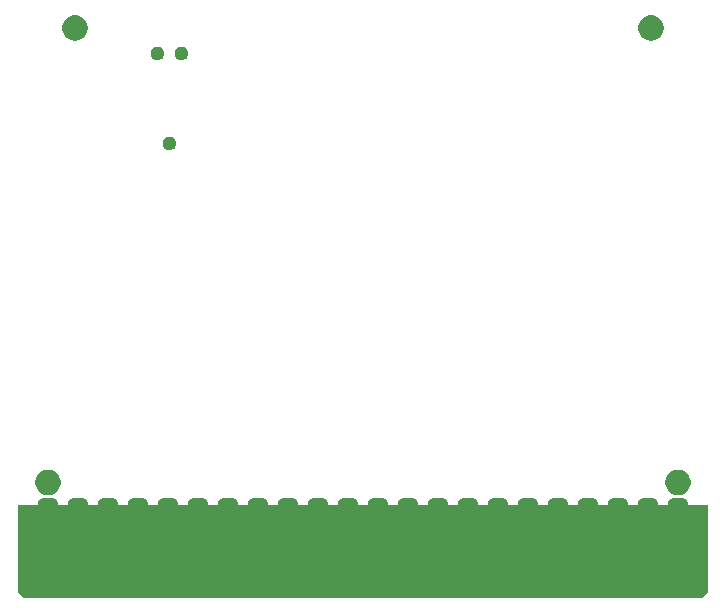
<source format=gbs>
G04 #@! TF.GenerationSoftware,KiCad,Pcbnew,(5.1.5-0-10_14)*
G04 #@! TF.CreationDate,2020-06-04T18:59:30-04:00*
G04 #@! TF.ProjectId,C64RAM,43363452-414d-42e6-9b69-6361645f7063,rev?*
G04 #@! TF.SameCoordinates,Original*
G04 #@! TF.FileFunction,Soldermask,Bot*
G04 #@! TF.FilePolarity,Negative*
%FSLAX46Y46*%
G04 Gerber Fmt 4.6, Leading zero omitted, Abs format (unit mm)*
G04 Created by KiCad (PCBNEW (5.1.5-0-10_14)) date 2020-06-04 18:59:30*
%MOMM*%
%LPD*%
G04 APERTURE LIST*
%ADD10C,0.100000*%
G04 APERTURE END LIST*
D10*
G36*
X161290000Y-97282000D02*
G01*
X160782000Y-97790000D01*
X103378000Y-97790000D01*
X102870000Y-97282000D01*
X102870000Y-89916000D01*
X161290000Y-89916000D01*
X161290000Y-97282000D01*
G37*
G36*
X159275638Y-89380732D02*
G01*
X159348135Y-89402724D01*
X159414949Y-89438437D01*
X159473507Y-89486493D01*
X159521563Y-89545051D01*
X159557276Y-89611865D01*
X159579268Y-89684362D01*
X159587000Y-89762867D01*
X159587000Y-96473133D01*
X159579268Y-96551638D01*
X159557276Y-96624135D01*
X159521563Y-96690949D01*
X159473507Y-96749507D01*
X159414949Y-96797563D01*
X159348135Y-96833276D01*
X159275638Y-96855268D01*
X159197133Y-96863000D01*
X158302867Y-96863000D01*
X158224362Y-96855268D01*
X158151865Y-96833276D01*
X158085051Y-96797563D01*
X158026493Y-96749507D01*
X157978437Y-96690949D01*
X157942724Y-96624135D01*
X157920732Y-96551638D01*
X157913000Y-96473133D01*
X157913000Y-89762867D01*
X157920732Y-89684362D01*
X157942724Y-89611865D01*
X157978437Y-89545051D01*
X158026493Y-89486493D01*
X158085051Y-89438437D01*
X158151865Y-89402724D01*
X158224362Y-89380732D01*
X158302867Y-89373000D01*
X159197133Y-89373000D01*
X159275638Y-89380732D01*
G37*
G36*
X156735638Y-89380732D02*
G01*
X156808135Y-89402724D01*
X156874949Y-89438437D01*
X156933507Y-89486493D01*
X156981563Y-89545051D01*
X157017276Y-89611865D01*
X157039268Y-89684362D01*
X157047000Y-89762867D01*
X157047000Y-96473133D01*
X157039268Y-96551638D01*
X157017276Y-96624135D01*
X156981563Y-96690949D01*
X156933507Y-96749507D01*
X156874949Y-96797563D01*
X156808135Y-96833276D01*
X156735638Y-96855268D01*
X156657133Y-96863000D01*
X155762867Y-96863000D01*
X155684362Y-96855268D01*
X155611865Y-96833276D01*
X155545051Y-96797563D01*
X155486493Y-96749507D01*
X155438437Y-96690949D01*
X155402724Y-96624135D01*
X155380732Y-96551638D01*
X155373000Y-96473133D01*
X155373000Y-89762867D01*
X155380732Y-89684362D01*
X155402724Y-89611865D01*
X155438437Y-89545051D01*
X155486493Y-89486493D01*
X155545051Y-89438437D01*
X155611865Y-89402724D01*
X155684362Y-89380732D01*
X155762867Y-89373000D01*
X156657133Y-89373000D01*
X156735638Y-89380732D01*
G37*
G36*
X154195638Y-89380732D02*
G01*
X154268135Y-89402724D01*
X154334949Y-89438437D01*
X154393507Y-89486493D01*
X154441563Y-89545051D01*
X154477276Y-89611865D01*
X154499268Y-89684362D01*
X154507000Y-89762867D01*
X154507000Y-96473133D01*
X154499268Y-96551638D01*
X154477276Y-96624135D01*
X154441563Y-96690949D01*
X154393507Y-96749507D01*
X154334949Y-96797563D01*
X154268135Y-96833276D01*
X154195638Y-96855268D01*
X154117133Y-96863000D01*
X153222867Y-96863000D01*
X153144362Y-96855268D01*
X153071865Y-96833276D01*
X153005051Y-96797563D01*
X152946493Y-96749507D01*
X152898437Y-96690949D01*
X152862724Y-96624135D01*
X152840732Y-96551638D01*
X152833000Y-96473133D01*
X152833000Y-89762867D01*
X152840732Y-89684362D01*
X152862724Y-89611865D01*
X152898437Y-89545051D01*
X152946493Y-89486493D01*
X153005051Y-89438437D01*
X153071865Y-89402724D01*
X153144362Y-89380732D01*
X153222867Y-89373000D01*
X154117133Y-89373000D01*
X154195638Y-89380732D01*
G37*
G36*
X151655638Y-89380732D02*
G01*
X151728135Y-89402724D01*
X151794949Y-89438437D01*
X151853507Y-89486493D01*
X151901563Y-89545051D01*
X151937276Y-89611865D01*
X151959268Y-89684362D01*
X151967000Y-89762867D01*
X151967000Y-96473133D01*
X151959268Y-96551638D01*
X151937276Y-96624135D01*
X151901563Y-96690949D01*
X151853507Y-96749507D01*
X151794949Y-96797563D01*
X151728135Y-96833276D01*
X151655638Y-96855268D01*
X151577133Y-96863000D01*
X150682867Y-96863000D01*
X150604362Y-96855268D01*
X150531865Y-96833276D01*
X150465051Y-96797563D01*
X150406493Y-96749507D01*
X150358437Y-96690949D01*
X150322724Y-96624135D01*
X150300732Y-96551638D01*
X150293000Y-96473133D01*
X150293000Y-89762867D01*
X150300732Y-89684362D01*
X150322724Y-89611865D01*
X150358437Y-89545051D01*
X150406493Y-89486493D01*
X150465051Y-89438437D01*
X150531865Y-89402724D01*
X150604362Y-89380732D01*
X150682867Y-89373000D01*
X151577133Y-89373000D01*
X151655638Y-89380732D01*
G37*
G36*
X149115638Y-89380732D02*
G01*
X149188135Y-89402724D01*
X149254949Y-89438437D01*
X149313507Y-89486493D01*
X149361563Y-89545051D01*
X149397276Y-89611865D01*
X149419268Y-89684362D01*
X149427000Y-89762867D01*
X149427000Y-96473133D01*
X149419268Y-96551638D01*
X149397276Y-96624135D01*
X149361563Y-96690949D01*
X149313507Y-96749507D01*
X149254949Y-96797563D01*
X149188135Y-96833276D01*
X149115638Y-96855268D01*
X149037133Y-96863000D01*
X148142867Y-96863000D01*
X148064362Y-96855268D01*
X147991865Y-96833276D01*
X147925051Y-96797563D01*
X147866493Y-96749507D01*
X147818437Y-96690949D01*
X147782724Y-96624135D01*
X147760732Y-96551638D01*
X147753000Y-96473133D01*
X147753000Y-89762867D01*
X147760732Y-89684362D01*
X147782724Y-89611865D01*
X147818437Y-89545051D01*
X147866493Y-89486493D01*
X147925051Y-89438437D01*
X147991865Y-89402724D01*
X148064362Y-89380732D01*
X148142867Y-89373000D01*
X149037133Y-89373000D01*
X149115638Y-89380732D01*
G37*
G36*
X146575638Y-89380732D02*
G01*
X146648135Y-89402724D01*
X146714949Y-89438437D01*
X146773507Y-89486493D01*
X146821563Y-89545051D01*
X146857276Y-89611865D01*
X146879268Y-89684362D01*
X146887000Y-89762867D01*
X146887000Y-96473133D01*
X146879268Y-96551638D01*
X146857276Y-96624135D01*
X146821563Y-96690949D01*
X146773507Y-96749507D01*
X146714949Y-96797563D01*
X146648135Y-96833276D01*
X146575638Y-96855268D01*
X146497133Y-96863000D01*
X145602867Y-96863000D01*
X145524362Y-96855268D01*
X145451865Y-96833276D01*
X145385051Y-96797563D01*
X145326493Y-96749507D01*
X145278437Y-96690949D01*
X145242724Y-96624135D01*
X145220732Y-96551638D01*
X145213000Y-96473133D01*
X145213000Y-89762867D01*
X145220732Y-89684362D01*
X145242724Y-89611865D01*
X145278437Y-89545051D01*
X145326493Y-89486493D01*
X145385051Y-89438437D01*
X145451865Y-89402724D01*
X145524362Y-89380732D01*
X145602867Y-89373000D01*
X146497133Y-89373000D01*
X146575638Y-89380732D01*
G37*
G36*
X144035638Y-89380732D02*
G01*
X144108135Y-89402724D01*
X144174949Y-89438437D01*
X144233507Y-89486493D01*
X144281563Y-89545051D01*
X144317276Y-89611865D01*
X144339268Y-89684362D01*
X144347000Y-89762867D01*
X144347000Y-96473133D01*
X144339268Y-96551638D01*
X144317276Y-96624135D01*
X144281563Y-96690949D01*
X144233507Y-96749507D01*
X144174949Y-96797563D01*
X144108135Y-96833276D01*
X144035638Y-96855268D01*
X143957133Y-96863000D01*
X143062867Y-96863000D01*
X142984362Y-96855268D01*
X142911865Y-96833276D01*
X142845051Y-96797563D01*
X142786493Y-96749507D01*
X142738437Y-96690949D01*
X142702724Y-96624135D01*
X142680732Y-96551638D01*
X142673000Y-96473133D01*
X142673000Y-89762867D01*
X142680732Y-89684362D01*
X142702724Y-89611865D01*
X142738437Y-89545051D01*
X142786493Y-89486493D01*
X142845051Y-89438437D01*
X142911865Y-89402724D01*
X142984362Y-89380732D01*
X143062867Y-89373000D01*
X143957133Y-89373000D01*
X144035638Y-89380732D01*
G37*
G36*
X141495638Y-89380732D02*
G01*
X141568135Y-89402724D01*
X141634949Y-89438437D01*
X141693507Y-89486493D01*
X141741563Y-89545051D01*
X141777276Y-89611865D01*
X141799268Y-89684362D01*
X141807000Y-89762867D01*
X141807000Y-96473133D01*
X141799268Y-96551638D01*
X141777276Y-96624135D01*
X141741563Y-96690949D01*
X141693507Y-96749507D01*
X141634949Y-96797563D01*
X141568135Y-96833276D01*
X141495638Y-96855268D01*
X141417133Y-96863000D01*
X140522867Y-96863000D01*
X140444362Y-96855268D01*
X140371865Y-96833276D01*
X140305051Y-96797563D01*
X140246493Y-96749507D01*
X140198437Y-96690949D01*
X140162724Y-96624135D01*
X140140732Y-96551638D01*
X140133000Y-96473133D01*
X140133000Y-89762867D01*
X140140732Y-89684362D01*
X140162724Y-89611865D01*
X140198437Y-89545051D01*
X140246493Y-89486493D01*
X140305051Y-89438437D01*
X140371865Y-89402724D01*
X140444362Y-89380732D01*
X140522867Y-89373000D01*
X141417133Y-89373000D01*
X141495638Y-89380732D01*
G37*
G36*
X138955638Y-89380732D02*
G01*
X139028135Y-89402724D01*
X139094949Y-89438437D01*
X139153507Y-89486493D01*
X139201563Y-89545051D01*
X139237276Y-89611865D01*
X139259268Y-89684362D01*
X139267000Y-89762867D01*
X139267000Y-96473133D01*
X139259268Y-96551638D01*
X139237276Y-96624135D01*
X139201563Y-96690949D01*
X139153507Y-96749507D01*
X139094949Y-96797563D01*
X139028135Y-96833276D01*
X138955638Y-96855268D01*
X138877133Y-96863000D01*
X137982867Y-96863000D01*
X137904362Y-96855268D01*
X137831865Y-96833276D01*
X137765051Y-96797563D01*
X137706493Y-96749507D01*
X137658437Y-96690949D01*
X137622724Y-96624135D01*
X137600732Y-96551638D01*
X137593000Y-96473133D01*
X137593000Y-89762867D01*
X137600732Y-89684362D01*
X137622724Y-89611865D01*
X137658437Y-89545051D01*
X137706493Y-89486493D01*
X137765051Y-89438437D01*
X137831865Y-89402724D01*
X137904362Y-89380732D01*
X137982867Y-89373000D01*
X138877133Y-89373000D01*
X138955638Y-89380732D01*
G37*
G36*
X136415638Y-89380732D02*
G01*
X136488135Y-89402724D01*
X136554949Y-89438437D01*
X136613507Y-89486493D01*
X136661563Y-89545051D01*
X136697276Y-89611865D01*
X136719268Y-89684362D01*
X136727000Y-89762867D01*
X136727000Y-96473133D01*
X136719268Y-96551638D01*
X136697276Y-96624135D01*
X136661563Y-96690949D01*
X136613507Y-96749507D01*
X136554949Y-96797563D01*
X136488135Y-96833276D01*
X136415638Y-96855268D01*
X136337133Y-96863000D01*
X135442867Y-96863000D01*
X135364362Y-96855268D01*
X135291865Y-96833276D01*
X135225051Y-96797563D01*
X135166493Y-96749507D01*
X135118437Y-96690949D01*
X135082724Y-96624135D01*
X135060732Y-96551638D01*
X135053000Y-96473133D01*
X135053000Y-89762867D01*
X135060732Y-89684362D01*
X135082724Y-89611865D01*
X135118437Y-89545051D01*
X135166493Y-89486493D01*
X135225051Y-89438437D01*
X135291865Y-89402724D01*
X135364362Y-89380732D01*
X135442867Y-89373000D01*
X136337133Y-89373000D01*
X136415638Y-89380732D01*
G37*
G36*
X133875638Y-89380732D02*
G01*
X133948135Y-89402724D01*
X134014949Y-89438437D01*
X134073507Y-89486493D01*
X134121563Y-89545051D01*
X134157276Y-89611865D01*
X134179268Y-89684362D01*
X134187000Y-89762867D01*
X134187000Y-96473133D01*
X134179268Y-96551638D01*
X134157276Y-96624135D01*
X134121563Y-96690949D01*
X134073507Y-96749507D01*
X134014949Y-96797563D01*
X133948135Y-96833276D01*
X133875638Y-96855268D01*
X133797133Y-96863000D01*
X132902867Y-96863000D01*
X132824362Y-96855268D01*
X132751865Y-96833276D01*
X132685051Y-96797563D01*
X132626493Y-96749507D01*
X132578437Y-96690949D01*
X132542724Y-96624135D01*
X132520732Y-96551638D01*
X132513000Y-96473133D01*
X132513000Y-89762867D01*
X132520732Y-89684362D01*
X132542724Y-89611865D01*
X132578437Y-89545051D01*
X132626493Y-89486493D01*
X132685051Y-89438437D01*
X132751865Y-89402724D01*
X132824362Y-89380732D01*
X132902867Y-89373000D01*
X133797133Y-89373000D01*
X133875638Y-89380732D01*
G37*
G36*
X131335638Y-89380732D02*
G01*
X131408135Y-89402724D01*
X131474949Y-89438437D01*
X131533507Y-89486493D01*
X131581563Y-89545051D01*
X131617276Y-89611865D01*
X131639268Y-89684362D01*
X131647000Y-89762867D01*
X131647000Y-96473133D01*
X131639268Y-96551638D01*
X131617276Y-96624135D01*
X131581563Y-96690949D01*
X131533507Y-96749507D01*
X131474949Y-96797563D01*
X131408135Y-96833276D01*
X131335638Y-96855268D01*
X131257133Y-96863000D01*
X130362867Y-96863000D01*
X130284362Y-96855268D01*
X130211865Y-96833276D01*
X130145051Y-96797563D01*
X130086493Y-96749507D01*
X130038437Y-96690949D01*
X130002724Y-96624135D01*
X129980732Y-96551638D01*
X129973000Y-96473133D01*
X129973000Y-89762867D01*
X129980732Y-89684362D01*
X130002724Y-89611865D01*
X130038437Y-89545051D01*
X130086493Y-89486493D01*
X130145051Y-89438437D01*
X130211865Y-89402724D01*
X130284362Y-89380732D01*
X130362867Y-89373000D01*
X131257133Y-89373000D01*
X131335638Y-89380732D01*
G37*
G36*
X128795638Y-89380732D02*
G01*
X128868135Y-89402724D01*
X128934949Y-89438437D01*
X128993507Y-89486493D01*
X129041563Y-89545051D01*
X129077276Y-89611865D01*
X129099268Y-89684362D01*
X129107000Y-89762867D01*
X129107000Y-96473133D01*
X129099268Y-96551638D01*
X129077276Y-96624135D01*
X129041563Y-96690949D01*
X128993507Y-96749507D01*
X128934949Y-96797563D01*
X128868135Y-96833276D01*
X128795638Y-96855268D01*
X128717133Y-96863000D01*
X127822867Y-96863000D01*
X127744362Y-96855268D01*
X127671865Y-96833276D01*
X127605051Y-96797563D01*
X127546493Y-96749507D01*
X127498437Y-96690949D01*
X127462724Y-96624135D01*
X127440732Y-96551638D01*
X127433000Y-96473133D01*
X127433000Y-89762867D01*
X127440732Y-89684362D01*
X127462724Y-89611865D01*
X127498437Y-89545051D01*
X127546493Y-89486493D01*
X127605051Y-89438437D01*
X127671865Y-89402724D01*
X127744362Y-89380732D01*
X127822867Y-89373000D01*
X128717133Y-89373000D01*
X128795638Y-89380732D01*
G37*
G36*
X126255638Y-89380732D02*
G01*
X126328135Y-89402724D01*
X126394949Y-89438437D01*
X126453507Y-89486493D01*
X126501563Y-89545051D01*
X126537276Y-89611865D01*
X126559268Y-89684362D01*
X126567000Y-89762867D01*
X126567000Y-96473133D01*
X126559268Y-96551638D01*
X126537276Y-96624135D01*
X126501563Y-96690949D01*
X126453507Y-96749507D01*
X126394949Y-96797563D01*
X126328135Y-96833276D01*
X126255638Y-96855268D01*
X126177133Y-96863000D01*
X125282867Y-96863000D01*
X125204362Y-96855268D01*
X125131865Y-96833276D01*
X125065051Y-96797563D01*
X125006493Y-96749507D01*
X124958437Y-96690949D01*
X124922724Y-96624135D01*
X124900732Y-96551638D01*
X124893000Y-96473133D01*
X124893000Y-89762867D01*
X124900732Y-89684362D01*
X124922724Y-89611865D01*
X124958437Y-89545051D01*
X125006493Y-89486493D01*
X125065051Y-89438437D01*
X125131865Y-89402724D01*
X125204362Y-89380732D01*
X125282867Y-89373000D01*
X126177133Y-89373000D01*
X126255638Y-89380732D01*
G37*
G36*
X123715638Y-89380732D02*
G01*
X123788135Y-89402724D01*
X123854949Y-89438437D01*
X123913507Y-89486493D01*
X123961563Y-89545051D01*
X123997276Y-89611865D01*
X124019268Y-89684362D01*
X124027000Y-89762867D01*
X124027000Y-96473133D01*
X124019268Y-96551638D01*
X123997276Y-96624135D01*
X123961563Y-96690949D01*
X123913507Y-96749507D01*
X123854949Y-96797563D01*
X123788135Y-96833276D01*
X123715638Y-96855268D01*
X123637133Y-96863000D01*
X122742867Y-96863000D01*
X122664362Y-96855268D01*
X122591865Y-96833276D01*
X122525051Y-96797563D01*
X122466493Y-96749507D01*
X122418437Y-96690949D01*
X122382724Y-96624135D01*
X122360732Y-96551638D01*
X122353000Y-96473133D01*
X122353000Y-89762867D01*
X122360732Y-89684362D01*
X122382724Y-89611865D01*
X122418437Y-89545051D01*
X122466493Y-89486493D01*
X122525051Y-89438437D01*
X122591865Y-89402724D01*
X122664362Y-89380732D01*
X122742867Y-89373000D01*
X123637133Y-89373000D01*
X123715638Y-89380732D01*
G37*
G36*
X121175638Y-89380732D02*
G01*
X121248135Y-89402724D01*
X121314949Y-89438437D01*
X121373507Y-89486493D01*
X121421563Y-89545051D01*
X121457276Y-89611865D01*
X121479268Y-89684362D01*
X121487000Y-89762867D01*
X121487000Y-96473133D01*
X121479268Y-96551638D01*
X121457276Y-96624135D01*
X121421563Y-96690949D01*
X121373507Y-96749507D01*
X121314949Y-96797563D01*
X121248135Y-96833276D01*
X121175638Y-96855268D01*
X121097133Y-96863000D01*
X120202867Y-96863000D01*
X120124362Y-96855268D01*
X120051865Y-96833276D01*
X119985051Y-96797563D01*
X119926493Y-96749507D01*
X119878437Y-96690949D01*
X119842724Y-96624135D01*
X119820732Y-96551638D01*
X119813000Y-96473133D01*
X119813000Y-89762867D01*
X119820732Y-89684362D01*
X119842724Y-89611865D01*
X119878437Y-89545051D01*
X119926493Y-89486493D01*
X119985051Y-89438437D01*
X120051865Y-89402724D01*
X120124362Y-89380732D01*
X120202867Y-89373000D01*
X121097133Y-89373000D01*
X121175638Y-89380732D01*
G37*
G36*
X118635638Y-89380732D02*
G01*
X118708135Y-89402724D01*
X118774949Y-89438437D01*
X118833507Y-89486493D01*
X118881563Y-89545051D01*
X118917276Y-89611865D01*
X118939268Y-89684362D01*
X118947000Y-89762867D01*
X118947000Y-96473133D01*
X118939268Y-96551638D01*
X118917276Y-96624135D01*
X118881563Y-96690949D01*
X118833507Y-96749507D01*
X118774949Y-96797563D01*
X118708135Y-96833276D01*
X118635638Y-96855268D01*
X118557133Y-96863000D01*
X117662867Y-96863000D01*
X117584362Y-96855268D01*
X117511865Y-96833276D01*
X117445051Y-96797563D01*
X117386493Y-96749507D01*
X117338437Y-96690949D01*
X117302724Y-96624135D01*
X117280732Y-96551638D01*
X117273000Y-96473133D01*
X117273000Y-89762867D01*
X117280732Y-89684362D01*
X117302724Y-89611865D01*
X117338437Y-89545051D01*
X117386493Y-89486493D01*
X117445051Y-89438437D01*
X117511865Y-89402724D01*
X117584362Y-89380732D01*
X117662867Y-89373000D01*
X118557133Y-89373000D01*
X118635638Y-89380732D01*
G37*
G36*
X116095638Y-89380732D02*
G01*
X116168135Y-89402724D01*
X116234949Y-89438437D01*
X116293507Y-89486493D01*
X116341563Y-89545051D01*
X116377276Y-89611865D01*
X116399268Y-89684362D01*
X116407000Y-89762867D01*
X116407000Y-96473133D01*
X116399268Y-96551638D01*
X116377276Y-96624135D01*
X116341563Y-96690949D01*
X116293507Y-96749507D01*
X116234949Y-96797563D01*
X116168135Y-96833276D01*
X116095638Y-96855268D01*
X116017133Y-96863000D01*
X115122867Y-96863000D01*
X115044362Y-96855268D01*
X114971865Y-96833276D01*
X114905051Y-96797563D01*
X114846493Y-96749507D01*
X114798437Y-96690949D01*
X114762724Y-96624135D01*
X114740732Y-96551638D01*
X114733000Y-96473133D01*
X114733000Y-89762867D01*
X114740732Y-89684362D01*
X114762724Y-89611865D01*
X114798437Y-89545051D01*
X114846493Y-89486493D01*
X114905051Y-89438437D01*
X114971865Y-89402724D01*
X115044362Y-89380732D01*
X115122867Y-89373000D01*
X116017133Y-89373000D01*
X116095638Y-89380732D01*
G37*
G36*
X113555638Y-89380732D02*
G01*
X113628135Y-89402724D01*
X113694949Y-89438437D01*
X113753507Y-89486493D01*
X113801563Y-89545051D01*
X113837276Y-89611865D01*
X113859268Y-89684362D01*
X113867000Y-89762867D01*
X113867000Y-96473133D01*
X113859268Y-96551638D01*
X113837276Y-96624135D01*
X113801563Y-96690949D01*
X113753507Y-96749507D01*
X113694949Y-96797563D01*
X113628135Y-96833276D01*
X113555638Y-96855268D01*
X113477133Y-96863000D01*
X112582867Y-96863000D01*
X112504362Y-96855268D01*
X112431865Y-96833276D01*
X112365051Y-96797563D01*
X112306493Y-96749507D01*
X112258437Y-96690949D01*
X112222724Y-96624135D01*
X112200732Y-96551638D01*
X112193000Y-96473133D01*
X112193000Y-89762867D01*
X112200732Y-89684362D01*
X112222724Y-89611865D01*
X112258437Y-89545051D01*
X112306493Y-89486493D01*
X112365051Y-89438437D01*
X112431865Y-89402724D01*
X112504362Y-89380732D01*
X112582867Y-89373000D01*
X113477133Y-89373000D01*
X113555638Y-89380732D01*
G37*
G36*
X111015638Y-89380732D02*
G01*
X111088135Y-89402724D01*
X111154949Y-89438437D01*
X111213507Y-89486493D01*
X111261563Y-89545051D01*
X111297276Y-89611865D01*
X111319268Y-89684362D01*
X111327000Y-89762867D01*
X111327000Y-96473133D01*
X111319268Y-96551638D01*
X111297276Y-96624135D01*
X111261563Y-96690949D01*
X111213507Y-96749507D01*
X111154949Y-96797563D01*
X111088135Y-96833276D01*
X111015638Y-96855268D01*
X110937133Y-96863000D01*
X110042867Y-96863000D01*
X109964362Y-96855268D01*
X109891865Y-96833276D01*
X109825051Y-96797563D01*
X109766493Y-96749507D01*
X109718437Y-96690949D01*
X109682724Y-96624135D01*
X109660732Y-96551638D01*
X109653000Y-96473133D01*
X109653000Y-89762867D01*
X109660732Y-89684362D01*
X109682724Y-89611865D01*
X109718437Y-89545051D01*
X109766493Y-89486493D01*
X109825051Y-89438437D01*
X109891865Y-89402724D01*
X109964362Y-89380732D01*
X110042867Y-89373000D01*
X110937133Y-89373000D01*
X111015638Y-89380732D01*
G37*
G36*
X108475638Y-89380732D02*
G01*
X108548135Y-89402724D01*
X108614949Y-89438437D01*
X108673507Y-89486493D01*
X108721563Y-89545051D01*
X108757276Y-89611865D01*
X108779268Y-89684362D01*
X108787000Y-89762867D01*
X108787000Y-96473133D01*
X108779268Y-96551638D01*
X108757276Y-96624135D01*
X108721563Y-96690949D01*
X108673507Y-96749507D01*
X108614949Y-96797563D01*
X108548135Y-96833276D01*
X108475638Y-96855268D01*
X108397133Y-96863000D01*
X107502867Y-96863000D01*
X107424362Y-96855268D01*
X107351865Y-96833276D01*
X107285051Y-96797563D01*
X107226493Y-96749507D01*
X107178437Y-96690949D01*
X107142724Y-96624135D01*
X107120732Y-96551638D01*
X107113000Y-96473133D01*
X107113000Y-89762867D01*
X107120732Y-89684362D01*
X107142724Y-89611865D01*
X107178437Y-89545051D01*
X107226493Y-89486493D01*
X107285051Y-89438437D01*
X107351865Y-89402724D01*
X107424362Y-89380732D01*
X107502867Y-89373000D01*
X108397133Y-89373000D01*
X108475638Y-89380732D01*
G37*
G36*
X105935638Y-89380732D02*
G01*
X106008135Y-89402724D01*
X106074949Y-89438437D01*
X106133507Y-89486493D01*
X106181563Y-89545051D01*
X106217276Y-89611865D01*
X106239268Y-89684362D01*
X106247000Y-89762867D01*
X106247000Y-96473133D01*
X106239268Y-96551638D01*
X106217276Y-96624135D01*
X106181563Y-96690949D01*
X106133507Y-96749507D01*
X106074949Y-96797563D01*
X106008135Y-96833276D01*
X105935638Y-96855268D01*
X105857133Y-96863000D01*
X104962867Y-96863000D01*
X104884362Y-96855268D01*
X104811865Y-96833276D01*
X104745051Y-96797563D01*
X104686493Y-96749507D01*
X104638437Y-96690949D01*
X104602724Y-96624135D01*
X104580732Y-96551638D01*
X104573000Y-96473133D01*
X104573000Y-89762867D01*
X104580732Y-89684362D01*
X104602724Y-89611865D01*
X104638437Y-89545051D01*
X104686493Y-89486493D01*
X104745051Y-89438437D01*
X104811865Y-89402724D01*
X104884362Y-89380732D01*
X104962867Y-89373000D01*
X105857133Y-89373000D01*
X105935638Y-89380732D01*
G37*
G36*
X105567800Y-86946328D02*
G01*
X105723569Y-86977312D01*
X105919205Y-87058347D01*
X106095268Y-87175989D01*
X106245011Y-87325732D01*
X106362653Y-87501795D01*
X106443688Y-87697431D01*
X106485000Y-87905123D01*
X106485000Y-88116877D01*
X106443688Y-88324569D01*
X106362653Y-88520205D01*
X106245011Y-88696268D01*
X106095268Y-88846011D01*
X105919205Y-88963653D01*
X105723569Y-89044688D01*
X105567800Y-89075672D01*
X105515878Y-89086000D01*
X105304122Y-89086000D01*
X105252200Y-89075672D01*
X105096431Y-89044688D01*
X104900795Y-88963653D01*
X104724732Y-88846011D01*
X104574989Y-88696268D01*
X104457347Y-88520205D01*
X104376312Y-88324569D01*
X104335000Y-88116877D01*
X104335000Y-87905123D01*
X104376312Y-87697431D01*
X104457347Y-87501795D01*
X104574989Y-87325732D01*
X104724732Y-87175989D01*
X104900795Y-87058347D01*
X105096431Y-86977312D01*
X105252200Y-86946328D01*
X105304122Y-86936000D01*
X105515878Y-86936000D01*
X105567800Y-86946328D01*
G37*
G36*
X158907800Y-86946328D02*
G01*
X159063569Y-86977312D01*
X159259205Y-87058347D01*
X159435268Y-87175989D01*
X159585011Y-87325732D01*
X159702653Y-87501795D01*
X159783688Y-87697431D01*
X159825000Y-87905123D01*
X159825000Y-88116877D01*
X159783688Y-88324569D01*
X159702653Y-88520205D01*
X159585011Y-88696268D01*
X159435268Y-88846011D01*
X159259205Y-88963653D01*
X159063569Y-89044688D01*
X158907800Y-89075672D01*
X158855878Y-89086000D01*
X158644122Y-89086000D01*
X158592200Y-89075672D01*
X158436431Y-89044688D01*
X158240795Y-88963653D01*
X158064732Y-88846011D01*
X157914989Y-88696268D01*
X157797347Y-88520205D01*
X157716312Y-88324569D01*
X157675000Y-88116877D01*
X157675000Y-87905123D01*
X157716312Y-87697431D01*
X157797347Y-87501795D01*
X157914989Y-87325732D01*
X158064732Y-87175989D01*
X158240795Y-87058347D01*
X158436431Y-86977312D01*
X158592200Y-86946328D01*
X158644122Y-86936000D01*
X158855878Y-86936000D01*
X158907800Y-86946328D01*
G37*
G36*
X115780528Y-58744142D02*
G01*
X115863348Y-58760616D01*
X115967144Y-58803609D01*
X116060541Y-58866015D01*
X116139985Y-58945459D01*
X116202391Y-59038856D01*
X116245384Y-59142652D01*
X116267300Y-59252831D01*
X116267300Y-59365169D01*
X116245384Y-59475348D01*
X116202391Y-59579144D01*
X116139985Y-59672541D01*
X116060541Y-59751985D01*
X115967144Y-59814391D01*
X115863348Y-59857384D01*
X115780528Y-59873858D01*
X115753170Y-59879300D01*
X115640830Y-59879300D01*
X115613472Y-59873858D01*
X115530652Y-59857384D01*
X115426856Y-59814391D01*
X115333459Y-59751985D01*
X115254015Y-59672541D01*
X115191609Y-59579144D01*
X115148616Y-59475348D01*
X115126700Y-59365169D01*
X115126700Y-59252831D01*
X115148616Y-59142652D01*
X115191609Y-59038856D01*
X115254015Y-58945459D01*
X115333459Y-58866015D01*
X115426856Y-58803609D01*
X115530652Y-58760616D01*
X115613472Y-58744142D01*
X115640830Y-58738700D01*
X115753170Y-58738700D01*
X115780528Y-58744142D01*
G37*
G36*
X114764528Y-51124142D02*
G01*
X114847348Y-51140616D01*
X114951144Y-51183609D01*
X115044541Y-51246015D01*
X115123985Y-51325459D01*
X115186391Y-51418856D01*
X115229384Y-51522652D01*
X115251300Y-51632831D01*
X115251300Y-51745169D01*
X115229384Y-51855348D01*
X115186391Y-51959144D01*
X115123985Y-52052541D01*
X115044541Y-52131985D01*
X114951144Y-52194391D01*
X114847348Y-52237384D01*
X114764528Y-52253858D01*
X114737170Y-52259300D01*
X114624830Y-52259300D01*
X114597472Y-52253858D01*
X114514652Y-52237384D01*
X114410856Y-52194391D01*
X114317459Y-52131985D01*
X114238015Y-52052541D01*
X114175609Y-51959144D01*
X114132616Y-51855348D01*
X114110700Y-51745169D01*
X114110700Y-51632831D01*
X114132616Y-51522652D01*
X114175609Y-51418856D01*
X114238015Y-51325459D01*
X114317459Y-51246015D01*
X114410856Y-51183609D01*
X114514652Y-51140616D01*
X114597472Y-51124142D01*
X114624830Y-51118700D01*
X114737170Y-51118700D01*
X114764528Y-51124142D01*
G37*
G36*
X116796528Y-51124142D02*
G01*
X116879348Y-51140616D01*
X116983144Y-51183609D01*
X117076541Y-51246015D01*
X117155985Y-51325459D01*
X117218391Y-51418856D01*
X117261384Y-51522652D01*
X117283300Y-51632831D01*
X117283300Y-51745169D01*
X117261384Y-51855348D01*
X117218391Y-51959144D01*
X117155985Y-52052541D01*
X117076541Y-52131985D01*
X116983144Y-52194391D01*
X116879348Y-52237384D01*
X116796528Y-52253858D01*
X116769170Y-52259300D01*
X116656830Y-52259300D01*
X116629472Y-52253858D01*
X116546652Y-52237384D01*
X116442856Y-52194391D01*
X116349459Y-52131985D01*
X116270015Y-52052541D01*
X116207609Y-51959144D01*
X116164616Y-51855348D01*
X116142700Y-51745169D01*
X116142700Y-51632831D01*
X116164616Y-51522652D01*
X116207609Y-51418856D01*
X116270015Y-51325459D01*
X116349459Y-51246015D01*
X116442856Y-51183609D01*
X116546652Y-51140616D01*
X116629472Y-51124142D01*
X116656830Y-51118700D01*
X116769170Y-51118700D01*
X116796528Y-51124142D01*
G37*
G36*
X107853800Y-48465328D02*
G01*
X108009569Y-48496312D01*
X108205205Y-48577347D01*
X108381268Y-48694989D01*
X108531011Y-48844732D01*
X108648653Y-49020795D01*
X108729688Y-49216431D01*
X108771000Y-49424123D01*
X108771000Y-49635877D01*
X108729688Y-49843569D01*
X108648653Y-50039205D01*
X108531011Y-50215268D01*
X108381268Y-50365011D01*
X108205205Y-50482653D01*
X108009569Y-50563688D01*
X107853800Y-50594672D01*
X107801878Y-50605000D01*
X107590122Y-50605000D01*
X107538200Y-50594672D01*
X107382431Y-50563688D01*
X107186795Y-50482653D01*
X107010732Y-50365011D01*
X106860989Y-50215268D01*
X106743347Y-50039205D01*
X106662312Y-49843569D01*
X106621000Y-49635877D01*
X106621000Y-49424123D01*
X106662312Y-49216431D01*
X106743347Y-49020795D01*
X106860989Y-48844732D01*
X107010732Y-48694989D01*
X107186795Y-48577347D01*
X107382431Y-48496312D01*
X107538200Y-48465328D01*
X107590122Y-48455000D01*
X107801878Y-48455000D01*
X107853800Y-48465328D01*
G37*
G36*
X156621800Y-48465328D02*
G01*
X156777569Y-48496312D01*
X156973205Y-48577347D01*
X157149268Y-48694989D01*
X157299011Y-48844732D01*
X157416653Y-49020795D01*
X157497688Y-49216431D01*
X157539000Y-49424123D01*
X157539000Y-49635877D01*
X157497688Y-49843569D01*
X157416653Y-50039205D01*
X157299011Y-50215268D01*
X157149268Y-50365011D01*
X156973205Y-50482653D01*
X156777569Y-50563688D01*
X156621800Y-50594672D01*
X156569878Y-50605000D01*
X156358122Y-50605000D01*
X156306200Y-50594672D01*
X156150431Y-50563688D01*
X155954795Y-50482653D01*
X155778732Y-50365011D01*
X155628989Y-50215268D01*
X155511347Y-50039205D01*
X155430312Y-49843569D01*
X155389000Y-49635877D01*
X155389000Y-49424123D01*
X155430312Y-49216431D01*
X155511347Y-49020795D01*
X155628989Y-48844732D01*
X155778732Y-48694989D01*
X155954795Y-48577347D01*
X156150431Y-48496312D01*
X156306200Y-48465328D01*
X156358122Y-48455000D01*
X156569878Y-48455000D01*
X156621800Y-48465328D01*
G37*
M02*

</source>
